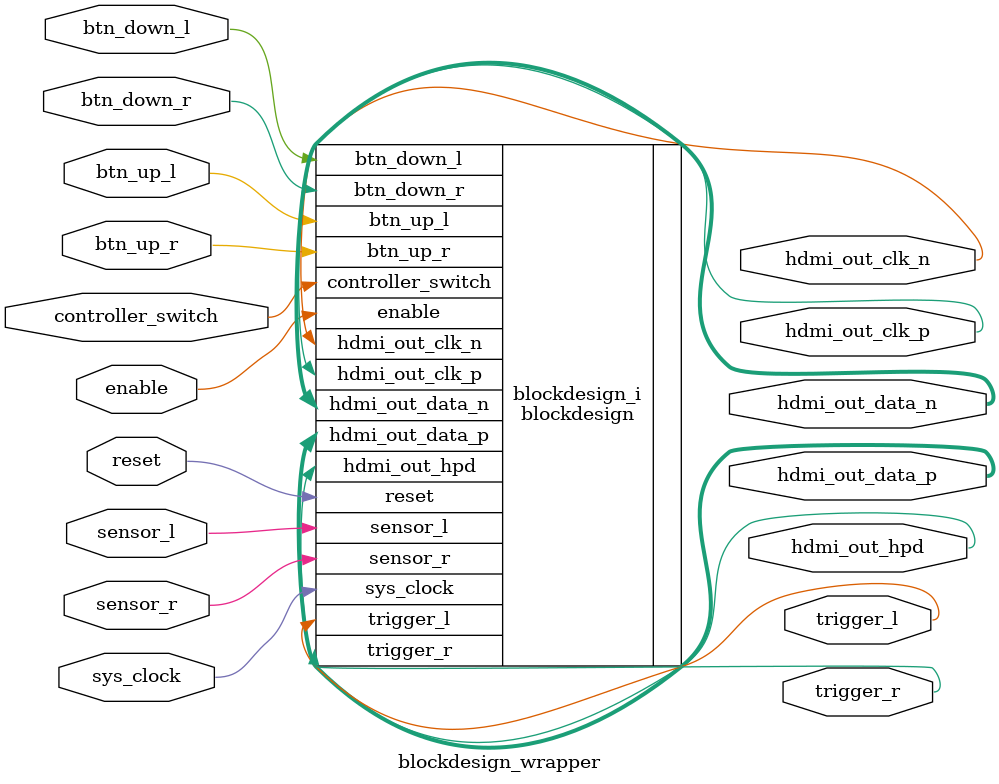
<source format=v>
`timescale 1 ps / 1 ps

module blockdesign_wrapper
   (btn_down_l,
    btn_down_r,
    btn_up_l,
    btn_up_r,
    controller_switch,
    enable,
    hdmi_out_clk_n,
    hdmi_out_clk_p,
    hdmi_out_data_n,
    hdmi_out_data_p,
    hdmi_out_hpd,
    reset,
    sensor_l,
    sensor_r,
    sys_clock,
    trigger_l,
    trigger_r);
  input btn_down_l;
  input btn_down_r;
  input btn_up_l;
  input btn_up_r;
  input controller_switch;
  input enable;
  output hdmi_out_clk_n;
  output hdmi_out_clk_p;
  output [2:0]hdmi_out_data_n;
  output [2:0]hdmi_out_data_p;
  output [0:0]hdmi_out_hpd;
  input reset;
  input sensor_l;
  input sensor_r;
  input sys_clock;
  output trigger_l;
  output trigger_r;

  wire btn_down_l;
  wire btn_down_r;
  wire btn_up_l;
  wire btn_up_r;
  wire controller_switch;
  wire enable;
  wire hdmi_out_clk_n;
  wire hdmi_out_clk_p;
  wire [2:0]hdmi_out_data_n;
  wire [2:0]hdmi_out_data_p;
  wire [0:0]hdmi_out_hpd;
  wire reset;
  wire sensor_l;
  wire sensor_r;
  wire sys_clock;
  wire trigger_l;
  wire trigger_r;

  blockdesign blockdesign_i
       (.btn_down_l(btn_down_l),
        .btn_down_r(btn_down_r),
        .btn_up_l(btn_up_l),
        .btn_up_r(btn_up_r),
        .controller_switch(controller_switch),
        .enable(enable),
        .hdmi_out_clk_n(hdmi_out_clk_n),
        .hdmi_out_clk_p(hdmi_out_clk_p),
        .hdmi_out_data_n(hdmi_out_data_n),
        .hdmi_out_data_p(hdmi_out_data_p),
        .hdmi_out_hpd(hdmi_out_hpd),
        .reset(reset),
        .sensor_l(sensor_l),
        .sensor_r(sensor_r),
        .sys_clock(sys_clock),
        .trigger_l(trigger_l),
        .trigger_r(trigger_r));
endmodule

</source>
